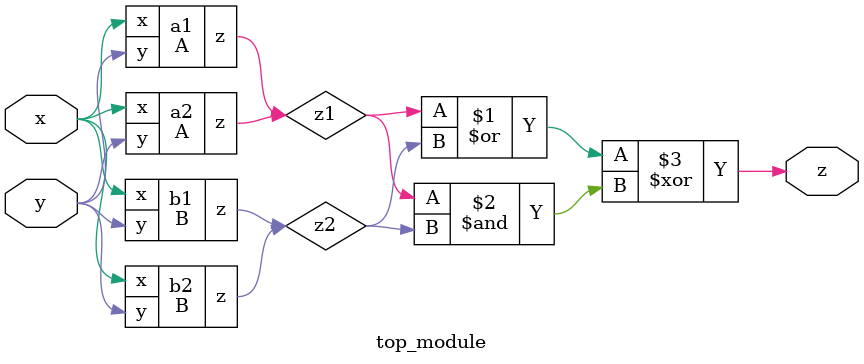
<source format=sv>
module A (
    input x,
    input y,
    output z
);
assign z = (x ^ y) & x;
endmodule
module B (
    input x,
    input y,
    output z
);
assign z = (x & ~y) | (~x & y);
endmodule
module top_module (
    input x,
    input y,
    output z
);
wire z1, z2;

A a1 (
    .x(x),
    .y(y),
    .z(z1)
);

B b1 (
    .x(x),
    .y(y),
    .z(z2)
);

A a2 (
    .x(x),
    .y(y),
    .z(z1)
);

B b2 (
    .x(x),
    .y(y),
    .z(z2)
);

assign z = (z1 | z2) ^ (z1 & z2);
endmodule

</source>
